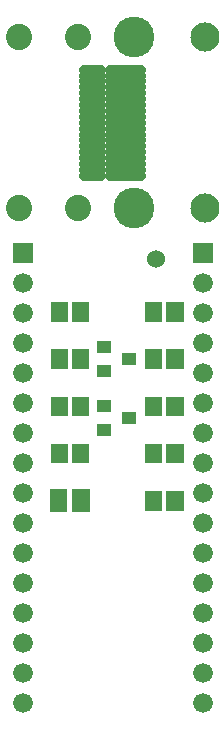
<source format=gbr>
G04 start of page 6 for group -4063 idx -4063 *
G04 Title: (unknown), componentmask *
G04 Creator: pcb 1.99z *
G04 CreationDate: Fri 24 Jun 2011 08:49:47 AM GMT UTC *
G04 For: russ *
G04 Format: Gerber/RS-274X *
G04 PCB-Dimensions: 86614 238188 *
G04 PCB-Coordinate-Origin: lower left *
%MOIN*%
%FSLAX25Y25*%
%LNTOPMASK*%
%ADD54C,0.0600*%
%ADD53R,0.0400X0.0400*%
%ADD52R,0.0570X0.0570*%
%ADD51R,0.0572X0.0572*%
%ADD50C,0.0318*%
%ADD49C,0.0973*%
%ADD48C,0.1359*%
%ADD47C,0.0877*%
%ADD46C,0.0200*%
%ADD45C,0.0660*%
G54D45*X11811Y127479D03*
Y117479D03*
Y107479D03*
Y97479D03*
Y87479D03*
Y77479D03*
Y67479D03*
Y57479D03*
Y47479D03*
Y37479D03*
Y27479D03*
Y17479D03*
Y7479D03*
G54D46*G36*
X8511Y160779D02*Y154179D01*
X15111D01*
Y160779D01*
X8511D01*
G37*
G54D45*X11811Y147479D03*
Y137479D03*
G54D47*X10434Y229329D03*
X30119Y172243D03*
X10434D03*
G54D48*X49016Y229329D03*
G54D49*X72480D03*
G54D47*X30119D03*
G54D48*X49016Y172243D03*
G54D49*X72480D03*
G54D46*G36*
X68511Y160779D02*Y154179D01*
X75111D01*
Y160779D01*
X68511D01*
G37*
G54D45*X71811Y147479D03*
Y137479D03*
Y127479D03*
Y117479D03*
Y107479D03*
Y97479D03*
Y87479D03*
Y77479D03*
Y67479D03*
Y57479D03*
Y47479D03*
Y37479D03*
Y27479D03*
Y17479D03*
Y7479D03*
G54D50*X40906Y200786D02*X51142D01*
X40906Y198818D02*X51142D01*
X40906Y196849D02*X51142D01*
X40906Y212597D02*X51142D01*
X40906Y210629D02*X51142D01*
X40906Y208660D02*X51142D01*
X40906Y204723D02*X51142D01*
X40906Y206692D02*X51142D01*
X40906Y202755D02*X51142D01*
X40906Y218503D02*X51142D01*
X40906Y216534D02*X51142D01*
X40906Y214566D02*X51142D01*
X40906Y194881D02*X51142D01*
X40906Y192912D02*X51142D01*
X40906Y190944D02*X51142D01*
X40906Y187007D02*X51142D01*
X40906Y185038D02*X51142D01*
X40906Y183070D02*X51142D01*
X40906Y188975D02*X51142D01*
X32205Y183069D02*X37914D01*
X32205Y185038D02*X37914D01*
X32205Y187006D02*X37914D01*
X32205Y188975D02*X37914D01*
X32205Y190943D02*X37914D01*
X32205Y192912D02*X37914D01*
X32205Y194880D02*X37914D01*
X32205Y196849D02*X37914D01*
X32205Y198817D02*X37914D01*
X32205Y200786D02*X37914D01*
X32205Y202754D02*X37914D01*
X32205Y204723D02*X37914D01*
X32205Y206691D02*X37914D01*
X32205Y208660D02*X37914D01*
X32205Y210628D02*X37914D01*
X32205Y212597D02*X37914D01*
X32205Y214565D02*X37914D01*
X32205Y216534D02*X37914D01*
X32205Y218502D02*X37914D01*
G54D51*X62601Y90920D02*Y90134D01*
X55515Y90920D02*Y90134D01*
Y75172D02*Y74386D01*
X62601Y75172D02*Y74386D01*
X24019Y90920D02*Y90134D01*
X31105Y90920D02*Y90134D01*
G54D52*X31262Y75779D02*Y73779D01*
X23862Y75779D02*Y73779D01*
G54D53*X38747Y106238D02*X39347D01*
X38747Y98438D02*X39347D01*
X46947Y102338D02*X47547D01*
G54D51*X62601Y106668D02*Y105882D01*
Y122416D02*Y121630D01*
X55515Y106668D02*Y105882D01*
Y122416D02*Y121630D01*
X62601Y138164D02*Y137378D01*
X55515Y138164D02*Y137378D01*
X24019Y138164D02*Y137378D01*
X31105Y138164D02*Y137378D01*
G54D53*X38747Y125923D02*X39347D01*
X38747Y118123D02*X39347D01*
X46947Y122023D02*X47547D01*
G54D51*X24019Y106668D02*Y105882D01*
X31105Y106668D02*Y105882D01*
X24019Y122416D02*Y121630D01*
X31105Y122416D02*Y121630D01*
G54D54*X56102Y155511D03*
M02*

</source>
